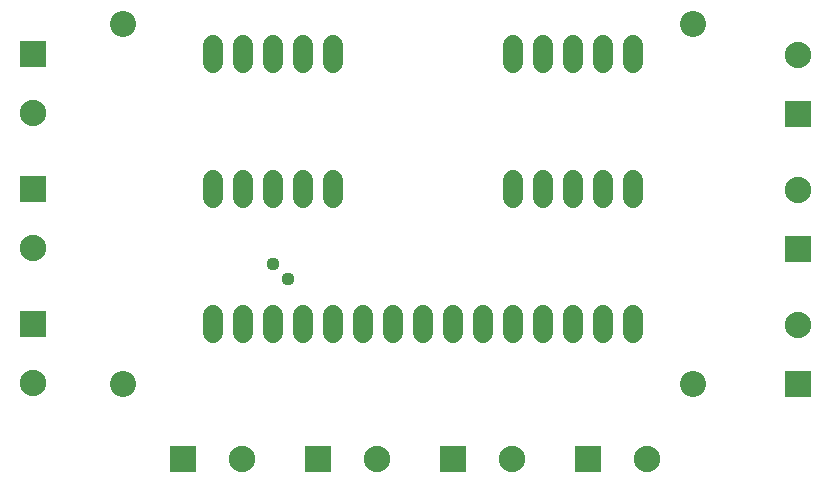
<source format=gts>
G75*
%MOIN*%
%OFA0B0*%
%FSLAX24Y24*%
%IPPOS*%
%LPD*%
%AMOC8*
5,1,8,0,0,1.08239X$1,22.5*
%
%ADD10C,0.0867*%
%ADD11R,0.0880X0.0880*%
%ADD12C,0.0880*%
%ADD13C,0.0680*%
%ADD14C,0.0440*%
D10*
X006680Y006180D03*
X006680Y018180D03*
X025680Y018180D03*
X025680Y006180D03*
D11*
X022180Y003680D03*
X017680Y003680D03*
X013180Y003680D03*
X008680Y003680D03*
X003680Y008180D03*
X003680Y012680D03*
X003680Y017180D03*
X029180Y015180D03*
X029180Y010680D03*
X029180Y006180D03*
D12*
X003680Y006211D03*
X003680Y010711D03*
X003680Y015211D03*
X010649Y003680D03*
X015149Y003680D03*
X019649Y003680D03*
X024149Y003680D03*
X029180Y008149D03*
X029180Y012649D03*
X029180Y017149D03*
D13*
X023680Y016880D02*
X023680Y017480D01*
X022680Y017480D02*
X022680Y016880D01*
X021680Y016880D02*
X021680Y017480D01*
X020680Y017480D02*
X020680Y016880D01*
X019680Y016880D02*
X019680Y017480D01*
X013680Y017480D02*
X013680Y016880D01*
X012680Y016880D02*
X012680Y017480D01*
X011680Y017480D02*
X011680Y016880D01*
X010680Y016880D02*
X010680Y017480D01*
X009680Y017480D02*
X009680Y016880D01*
X009680Y012980D02*
X009680Y012380D01*
X010680Y012380D02*
X010680Y012980D01*
X011680Y012980D02*
X011680Y012380D01*
X012680Y012380D02*
X012680Y012980D01*
X013680Y012980D02*
X013680Y012380D01*
X013680Y008480D02*
X013680Y007880D01*
X012680Y007880D02*
X012680Y008480D01*
X011680Y008480D02*
X011680Y007880D01*
X010680Y007880D02*
X010680Y008480D01*
X009680Y008480D02*
X009680Y007880D01*
X014680Y007880D02*
X014680Y008480D01*
X015680Y008480D02*
X015680Y007880D01*
X016680Y007880D02*
X016680Y008480D01*
X017680Y008480D02*
X017680Y007880D01*
X018680Y007880D02*
X018680Y008480D01*
X019680Y008480D02*
X019680Y007880D01*
X020680Y007880D02*
X020680Y008480D01*
X021680Y008480D02*
X021680Y007880D01*
X022680Y007880D02*
X022680Y008480D01*
X023680Y008480D02*
X023680Y007880D01*
X023680Y012380D02*
X023680Y012980D01*
X022680Y012980D02*
X022680Y012380D01*
X021680Y012380D02*
X021680Y012980D01*
X020680Y012980D02*
X020680Y012380D01*
X019680Y012380D02*
X019680Y012980D01*
D14*
X012180Y009680D03*
X011680Y010180D03*
M02*

</source>
